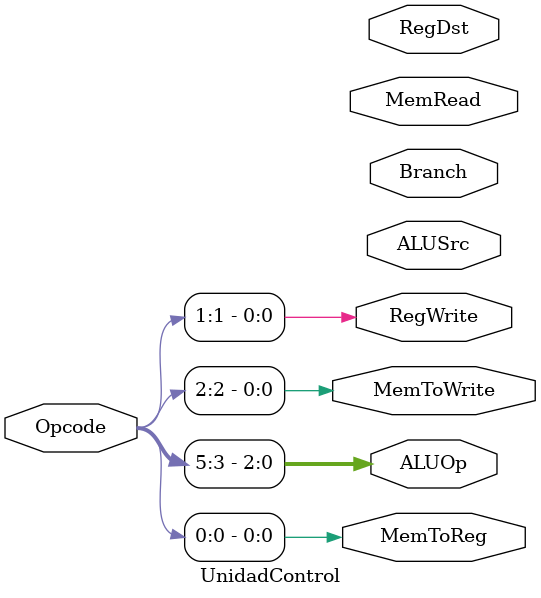
<source format=v>
module UnidadControl(
	input [5:0]Opcode,
	output reg RegDst,
	output reg Branch,
	output reg MemRead,
	output reg MemToReg,
	output reg [2:0]ALUOp,
	output reg MemToWrite,
	output reg ALUSrc,
	output reg RegWrite
	);

	always@*
		begin
			MemToReg = Opcode[0:0];
			RegWrite = Opcode[1:1];
			MemToWrite = Opcode[2:2];
			ALUOp = Opcode[5:3];
		end
endmodule

</source>
